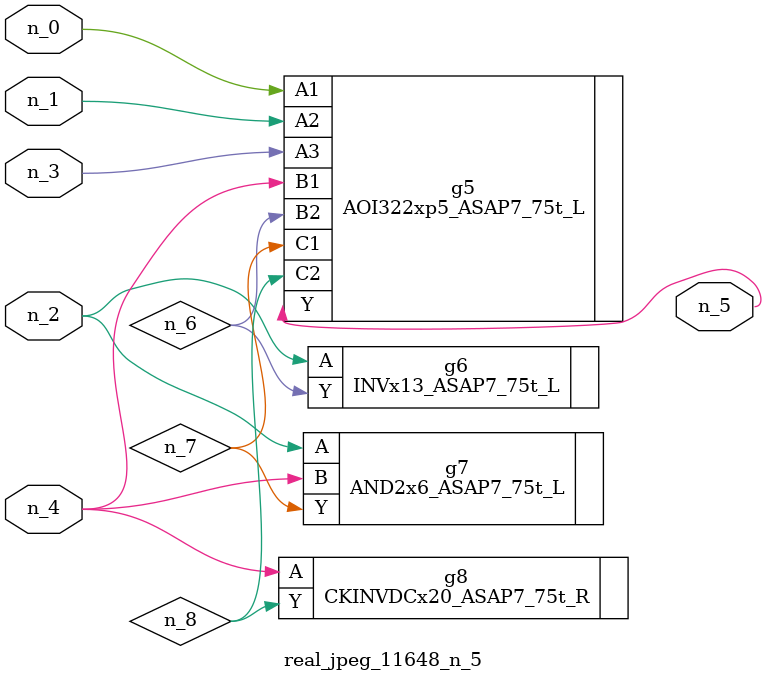
<source format=v>
module real_jpeg_11648_n_5 (n_4, n_0, n_1, n_2, n_3, n_5);

input n_4;
input n_0;
input n_1;
input n_2;
input n_3;

output n_5;

wire n_8;
wire n_6;
wire n_7;

AOI322xp5_ASAP7_75t_L g5 ( 
.A1(n_0),
.A2(n_1),
.A3(n_3),
.B1(n_4),
.B2(n_6),
.C1(n_7),
.C2(n_8),
.Y(n_5)
);

INVx13_ASAP7_75t_L g6 ( 
.A(n_2),
.Y(n_6)
);

AND2x6_ASAP7_75t_L g7 ( 
.A(n_2),
.B(n_4),
.Y(n_7)
);

CKINVDCx20_ASAP7_75t_R g8 ( 
.A(n_4),
.Y(n_8)
);


endmodule
</source>
